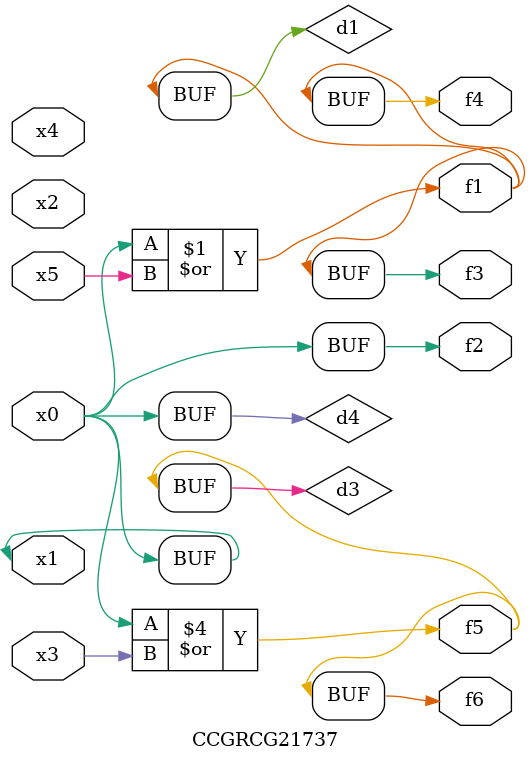
<source format=v>
module CCGRCG21737(
	input x0, x1, x2, x3, x4, x5,
	output f1, f2, f3, f4, f5, f6
);

	wire d1, d2, d3, d4;

	or (d1, x0, x5);
	xnor (d2, x1, x4);
	or (d3, x0, x3);
	buf (d4, x0, x1);
	assign f1 = d1;
	assign f2 = d4;
	assign f3 = d1;
	assign f4 = d1;
	assign f5 = d3;
	assign f6 = d3;
endmodule

</source>
